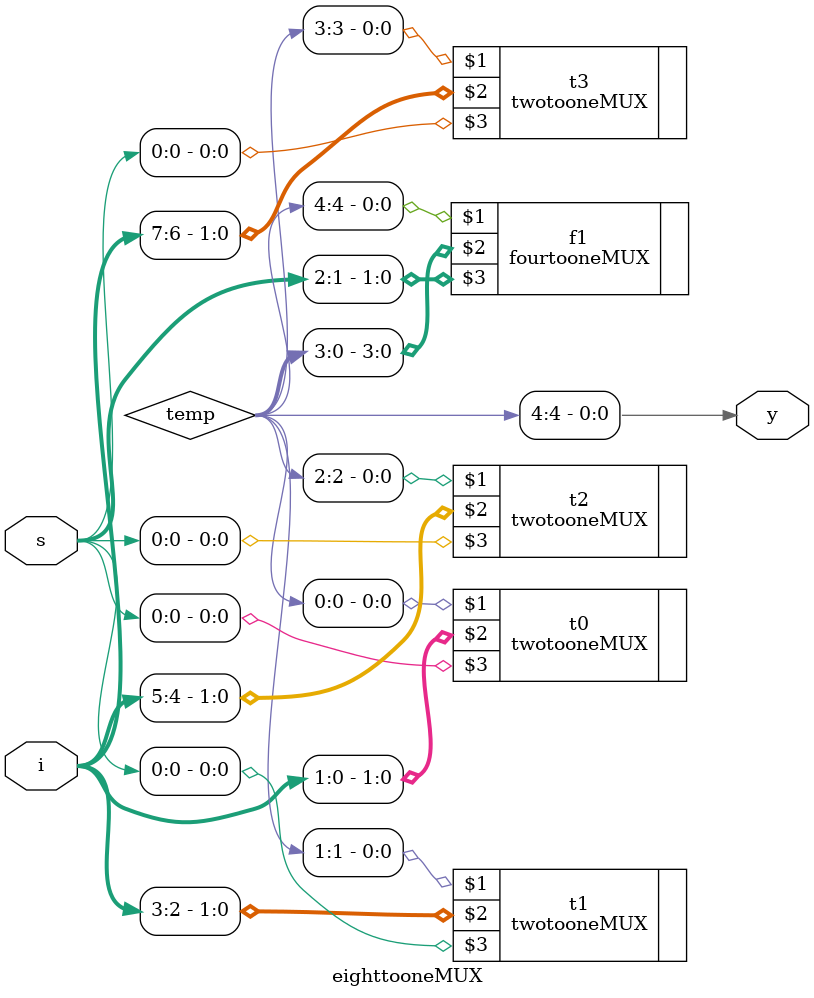
<source format=v>
module eighttooneMUX(y,i,s);
    input [7:0]i;
    input [2:0]s;
    output y;

    wire [4:0] temp;

    twotooneMUX t0(temp[0], i[1:0],s[0]);
    twotooneMUX t1(temp[1], i[3:2],s[0]);
    twotooneMUX t2(temp[2], i[5:4],s[0]);
    twotooneMUX t3(temp[3], i[7:6],s[0]);

    fourtooneMUX f1(temp[4], temp[3:0], s[2:1]);

    assign y=temp[4];
endmodule
</source>
